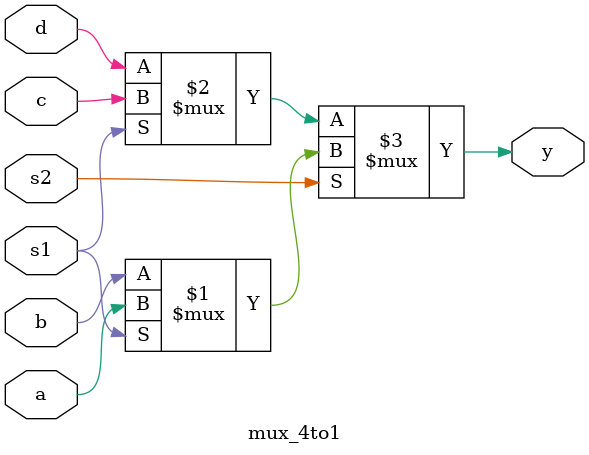
<source format=v>
module mux_211(
    a,b,s,y
);
    input a,b,s;
    output y;
    assign y=s?a:b;

endmodule

module  mux_4to1 (
    a,b,c,d,s1,s2,y
);
    input a,b,c,d,s1,s2;
    output y;
    // assign y=s2?((s1?a:b):(s1?c:d);
    assign y=s2?(s1?a:b):(s1?c:d);

endmodule
</source>
